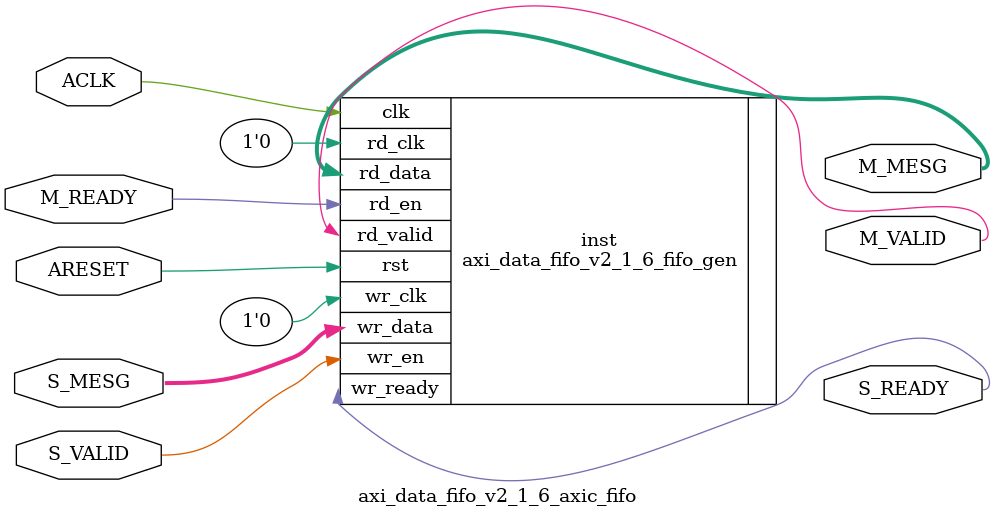
<source format=v>
`timescale 1ps/1ps


(* DowngradeIPIdentifiedWarnings="yes" *) 
module axi_data_fifo_v2_1_6_axic_fifo #
  (
   parameter         C_FAMILY          = "virtex6",
   parameter integer C_FIFO_DEPTH_LOG  = 5,      // FIFO depth = 2**C_FIFO_DEPTH_LOG
                                                 // Range = [5:9] when TYPE="lut",
                                                 // Range = [5:12] when TYPE="bram",
   parameter integer C_FIFO_WIDTH      = 64,     // Width of payload [1:512]
   parameter         C_FIFO_TYPE       = "lut"   // "lut" = LUT (SRL) based,
                                                 // "bram" = BRAM based
   )
  (
   // Global inputs
   input  wire                        ACLK,    // Clock
   input  wire                        ARESET,  // Reset
   // Slave  Port
   input  wire [C_FIFO_WIDTH-1:0]     S_MESG,  // Payload (may be any set of channel signals)
   input  wire                        S_VALID, // FIFO push
   output wire                        S_READY, // FIFO not full
   // Master  Port
   output wire [C_FIFO_WIDTH-1:0]     M_MESG,  // Payload
   output wire                        M_VALID, // FIFO not empty
   input  wire                        M_READY  // FIFO pop
   );

   axi_data_fifo_v2_1_6_fifo_gen #(
     .C_FAMILY(C_FAMILY),
     .C_COMMON_CLOCK(1),
     .C_FIFO_DEPTH_LOG(C_FIFO_DEPTH_LOG),
     .C_FIFO_WIDTH(C_FIFO_WIDTH),
     .C_FIFO_TYPE(C_FIFO_TYPE))
   inst (
     .clk(ACLK),
     .rst(ARESET),
     .wr_clk(1'b0),
     .wr_en(S_VALID),
     .wr_ready(S_READY),
     .wr_data(S_MESG),
     .rd_clk(1'b0),
     .rd_en(M_READY),
     .rd_valid(M_VALID),
     .rd_data(M_MESG));

endmodule

</source>
